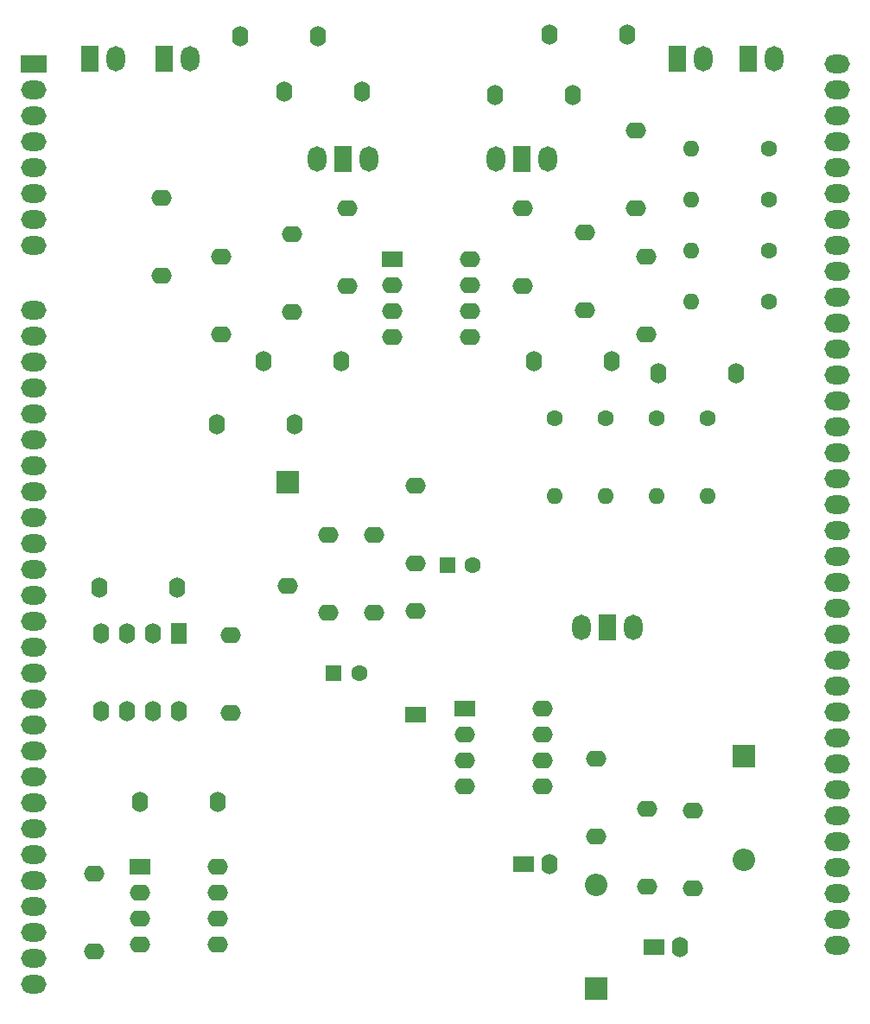
<source format=gts>
G04 #@! TF.GenerationSoftware,KiCad,Pcbnew,7.0.11-7.0.11~ubuntu22.04.1*
G04 #@! TF.CreationDate,2024-05-31T20:36:52-03:00*
G04 #@! TF.ProjectId,Fonte_corrente_bipolar_V01,466f6e74-655f-4636-9f72-72656e74655f,v02*
G04 #@! TF.SameCoordinates,Original*
G04 #@! TF.FileFunction,Soldermask,Top*
G04 #@! TF.FilePolarity,Negative*
%FSLAX46Y46*%
G04 Gerber Fmt 4.6, Leading zero omitted, Abs format (unit mm)*
G04 Created by KiCad (PCBNEW 7.0.11-7.0.11~ubuntu22.04.1) date 2024-05-31 20:36:52*
%MOMM*%
%LPD*%
G01*
G04 APERTURE LIST*
%ADD10O,2.000000X1.600000*%
%ADD11C,1.600000*%
%ADD12O,1.600000X1.600000*%
%ADD13O,1.800000X2.500000*%
%ADD14R,1.800000X2.500000*%
%ADD15O,1.600000X2.000000*%
%ADD16R,2.200000X2.200000*%
%ADD17O,2.200000X2.200000*%
%ADD18R,1.600000X1.600000*%
%ADD19R,2.500000X1.800000*%
%ADD20O,2.500000X1.800000*%
%ADD21R,2.000000X1.600000*%
%ADD22R,1.800000X2.600000*%
%ADD23R,1.600000X2.000000*%
G04 APERTURE END LIST*
D10*
X135840000Y-90860000D03*
X135840000Y-98480000D03*
D11*
X179000000Y-68000000D03*
D12*
X171380000Y-68000000D03*
D13*
X160660000Y-99900000D03*
D14*
X163200000Y-99900000D03*
D13*
X165740000Y-99900000D03*
D10*
X125300000Y-71220000D03*
X125300000Y-63600000D03*
X137700000Y-66420000D03*
X137700000Y-58800000D03*
D15*
X132510000Y-80010000D03*
X124890000Y-80010000D03*
D10*
X112880000Y-131620000D03*
X112880000Y-124000000D03*
D16*
X162045100Y-135260000D03*
D17*
X162045100Y-125100000D03*
D13*
X152260000Y-54000000D03*
D14*
X154800000Y-54000000D03*
D13*
X157340000Y-54000000D03*
D15*
X113410000Y-95980000D03*
X121030000Y-95980000D03*
D11*
X179000000Y-63000000D03*
D12*
X171380000Y-63000000D03*
D10*
X167045100Y-117680000D03*
X167045100Y-125300000D03*
D15*
X168190000Y-75000000D03*
X175810000Y-75000000D03*
D11*
X158000000Y-79380000D03*
D12*
X158000000Y-87000000D03*
D10*
X162045100Y-112790000D03*
X162045100Y-120410000D03*
D14*
X119725000Y-44190000D03*
D13*
X122265000Y-44190000D03*
D18*
X147500000Y-93780000D03*
D11*
X150000000Y-93780000D03*
D10*
X119500000Y-57800000D03*
X119500000Y-65420000D03*
D19*
X106934000Y-44704000D03*
D20*
X106934000Y-47244000D03*
X106934000Y-49784000D03*
X106934000Y-52324000D03*
X106934000Y-54864000D03*
X106934000Y-57404000D03*
X106934000Y-59944000D03*
X106934000Y-62484000D03*
D11*
X179000000Y-58000000D03*
D12*
X171380000Y-58000000D03*
D15*
X117380000Y-117000000D03*
X125000000Y-117000000D03*
D21*
X142090000Y-63800000D03*
D10*
X142090000Y-66340000D03*
X142090000Y-68880000D03*
X142090000Y-71420000D03*
X149710000Y-71420000D03*
X149710000Y-68880000D03*
X149710000Y-66340000D03*
X149710000Y-63800000D03*
X126220000Y-100670000D03*
X126220000Y-108290000D03*
D14*
X112460000Y-44190000D03*
D13*
X115000000Y-44190000D03*
D11*
X163000000Y-79380000D03*
D12*
X163000000Y-87000000D03*
D20*
X106934000Y-68834000D03*
X106934000Y-71374000D03*
X106934000Y-73914000D03*
X106934000Y-76454000D03*
X106934000Y-78994000D03*
X106934000Y-81534000D03*
X106934000Y-84074000D03*
X106934000Y-86614000D03*
X106934000Y-89154000D03*
X106934000Y-91694000D03*
X106934000Y-94234000D03*
X106934000Y-96774000D03*
X106934000Y-99314000D03*
X106934000Y-101854000D03*
X106934000Y-104394000D03*
X106934000Y-106934000D03*
X106934000Y-109474000D03*
X106934000Y-112014000D03*
X106934000Y-114554000D03*
X106934000Y-117094000D03*
X106934000Y-119634000D03*
X106934000Y-122174000D03*
X106934000Y-124714000D03*
X106934000Y-127254000D03*
X106934000Y-129794000D03*
X106934000Y-132334000D03*
X106934000Y-134874000D03*
D15*
X165100000Y-41800000D03*
X157480000Y-41800000D03*
D10*
X132300000Y-69020000D03*
X132300000Y-61400000D03*
D21*
X117380000Y-123380000D03*
D10*
X117380000Y-125920000D03*
X117380000Y-128460000D03*
X117380000Y-131000000D03*
X125000000Y-131000000D03*
X125000000Y-128460000D03*
X125000000Y-125920000D03*
X125000000Y-123380000D03*
D15*
X159810000Y-47700000D03*
X152190000Y-47700000D03*
D11*
X179000000Y-53000000D03*
D12*
X171380000Y-53000000D03*
D15*
X155990000Y-73810000D03*
X163610000Y-73810000D03*
D20*
X185674000Y-44704000D03*
X185674000Y-47244000D03*
X185674000Y-49784000D03*
X185674000Y-52324000D03*
X185674000Y-54864000D03*
X185674000Y-57404000D03*
X185674000Y-59944000D03*
X185674000Y-62484000D03*
X185674000Y-65024000D03*
X185674000Y-67564000D03*
X185674000Y-70104000D03*
X185674000Y-72644000D03*
X185674000Y-75184000D03*
X185674000Y-77724000D03*
X185674000Y-80264000D03*
X185674000Y-82804000D03*
X185674000Y-85344000D03*
X185674000Y-87884000D03*
X185674000Y-90424000D03*
X185674000Y-92964000D03*
X185674000Y-95504000D03*
X185674000Y-98044000D03*
X185674000Y-100584000D03*
X185674000Y-103124000D03*
X185674000Y-105664000D03*
X185674000Y-108204000D03*
X185674000Y-110744000D03*
X185674000Y-113284000D03*
X185674000Y-115824000D03*
X185674000Y-118364000D03*
X185674000Y-120904000D03*
X185674000Y-123444000D03*
X185674000Y-125984000D03*
X185674000Y-128524000D03*
X185674000Y-131064000D03*
D13*
X134760000Y-54000000D03*
D22*
X137300000Y-54000000D03*
D13*
X139840000Y-54000000D03*
D10*
X166000000Y-51190000D03*
X166000000Y-58810000D03*
D15*
X157500000Y-123100000D03*
D21*
X155000000Y-123100000D03*
D11*
X173000000Y-79380000D03*
D12*
X173000000Y-87000000D03*
D16*
X176545100Y-112520000D03*
D17*
X176545100Y-122680000D03*
D21*
X149228900Y-107877000D03*
D10*
X149228900Y-110417000D03*
X149228900Y-112957000D03*
X149228900Y-115497000D03*
X156848900Y-115497000D03*
X156848900Y-112957000D03*
X156848900Y-110417000D03*
X156848900Y-107877000D03*
X161000000Y-68810000D03*
X161000000Y-61190000D03*
X167000000Y-63600000D03*
X167000000Y-71220000D03*
D14*
X170000000Y-44190000D03*
D13*
X172540000Y-44190000D03*
D16*
X131840000Y-85700000D03*
D10*
X131840000Y-95860000D03*
D15*
X170250200Y-131180000D03*
D21*
X167750200Y-131180000D03*
X144340000Y-108440000D03*
D10*
X144340000Y-98280000D03*
D23*
X121220000Y-100480000D03*
D15*
X118680000Y-100480000D03*
X116140000Y-100480000D03*
X113600000Y-100480000D03*
X113600000Y-108100000D03*
X116140000Y-108100000D03*
X118680000Y-108100000D03*
X121220000Y-108100000D03*
D10*
X140340000Y-90860000D03*
X140340000Y-98480000D03*
D11*
X168000000Y-79380000D03*
D12*
X168000000Y-87000000D03*
D10*
X154900000Y-66420000D03*
X154900000Y-58800000D03*
D14*
X177000000Y-44190000D03*
D13*
X179540000Y-44190000D03*
D15*
X139100000Y-47400000D03*
X131480000Y-47400000D03*
X137110000Y-73810000D03*
X129490000Y-73810000D03*
X134800000Y-42000000D03*
X127180000Y-42000000D03*
D10*
X144340000Y-85970000D03*
X144340000Y-93590000D03*
X171545100Y-117870000D03*
X171545100Y-125490000D03*
D18*
X136340000Y-104360000D03*
D11*
X138840000Y-104360000D03*
M02*

</source>
